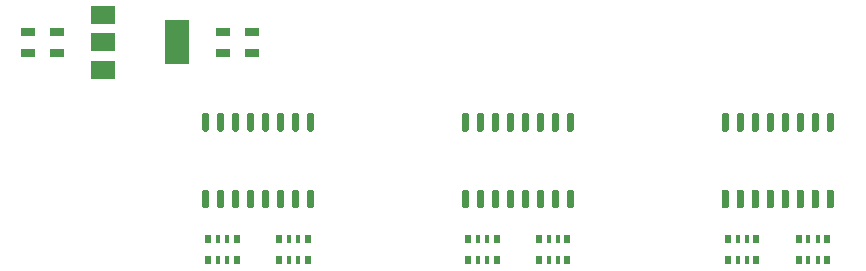
<source format=gbr>
%TF.GenerationSoftware,KiCad,Pcbnew,(5.1.6)-1*%
%TF.CreationDate,2022-07-30T00:49:16+08:00*%
%TF.ProjectId,feng,66656e67-2e6b-4696-9361-645f70636258,rev?*%
%TF.SameCoordinates,Original*%
%TF.FileFunction,Paste,Bot*%
%TF.FilePolarity,Positive*%
%FSLAX46Y46*%
G04 Gerber Fmt 4.6, Leading zero omitted, Abs format (unit mm)*
G04 Created by KiCad (PCBNEW (5.1.6)-1) date 2022-07-30 00:49:16*
%MOMM*%
%LPD*%
G01*
G04 APERTURE LIST*
%ADD10R,2.000000X1.500000*%
%ADD11R,2.000000X3.800000*%
%ADD12R,0.500000X0.800000*%
%ADD13R,0.400000X0.800000*%
%ADD14R,1.198880X0.797560*%
G04 APERTURE END LIST*
D10*
%TO.C,U4*%
X107850000Y-40300000D03*
X107850000Y-35700000D03*
X107850000Y-38000000D03*
D11*
X114150000Y-38000000D03*
%TD*%
%TO.C,U3*%
G36*
G01*
X169595000Y-45550000D02*
X169295000Y-45550000D01*
G75*
G02*
X169145000Y-45400000I0J150000D01*
G01*
X169145000Y-44100000D01*
G75*
G02*
X169295000Y-43950000I150000J0D01*
G01*
X169595000Y-43950000D01*
G75*
G02*
X169745000Y-44100000I0J-150000D01*
G01*
X169745000Y-45400000D01*
G75*
G02*
X169595000Y-45550000I-150000J0D01*
G01*
G37*
G36*
G01*
X168325000Y-45550000D02*
X168025000Y-45550000D01*
G75*
G02*
X167875000Y-45400000I0J150000D01*
G01*
X167875000Y-44100000D01*
G75*
G02*
X168025000Y-43950000I150000J0D01*
G01*
X168325000Y-43950000D01*
G75*
G02*
X168475000Y-44100000I0J-150000D01*
G01*
X168475000Y-45400000D01*
G75*
G02*
X168325000Y-45550000I-150000J0D01*
G01*
G37*
G36*
G01*
X167055000Y-45550000D02*
X166755000Y-45550000D01*
G75*
G02*
X166605000Y-45400000I0J150000D01*
G01*
X166605000Y-44100000D01*
G75*
G02*
X166755000Y-43950000I150000J0D01*
G01*
X167055000Y-43950000D01*
G75*
G02*
X167205000Y-44100000I0J-150000D01*
G01*
X167205000Y-45400000D01*
G75*
G02*
X167055000Y-45550000I-150000J0D01*
G01*
G37*
G36*
G01*
X165785000Y-45550000D02*
X165485000Y-45550000D01*
G75*
G02*
X165335000Y-45400000I0J150000D01*
G01*
X165335000Y-44100000D01*
G75*
G02*
X165485000Y-43950000I150000J0D01*
G01*
X165785000Y-43950000D01*
G75*
G02*
X165935000Y-44100000I0J-150000D01*
G01*
X165935000Y-45400000D01*
G75*
G02*
X165785000Y-45550000I-150000J0D01*
G01*
G37*
G36*
G01*
X164515000Y-45550000D02*
X164215000Y-45550000D01*
G75*
G02*
X164065000Y-45400000I0J150000D01*
G01*
X164065000Y-44100000D01*
G75*
G02*
X164215000Y-43950000I150000J0D01*
G01*
X164515000Y-43950000D01*
G75*
G02*
X164665000Y-44100000I0J-150000D01*
G01*
X164665000Y-45400000D01*
G75*
G02*
X164515000Y-45550000I-150000J0D01*
G01*
G37*
G36*
G01*
X163245000Y-45550000D02*
X162945000Y-45550000D01*
G75*
G02*
X162795000Y-45400000I0J150000D01*
G01*
X162795000Y-44100000D01*
G75*
G02*
X162945000Y-43950000I150000J0D01*
G01*
X163245000Y-43950000D01*
G75*
G02*
X163395000Y-44100000I0J-150000D01*
G01*
X163395000Y-45400000D01*
G75*
G02*
X163245000Y-45550000I-150000J0D01*
G01*
G37*
G36*
G01*
X161975000Y-45550000D02*
X161675000Y-45550000D01*
G75*
G02*
X161525000Y-45400000I0J150000D01*
G01*
X161525000Y-44100000D01*
G75*
G02*
X161675000Y-43950000I150000J0D01*
G01*
X161975000Y-43950000D01*
G75*
G02*
X162125000Y-44100000I0J-150000D01*
G01*
X162125000Y-45400000D01*
G75*
G02*
X161975000Y-45550000I-150000J0D01*
G01*
G37*
G36*
G01*
X160705000Y-45550000D02*
X160405000Y-45550000D01*
G75*
G02*
X160255000Y-45400000I0J150000D01*
G01*
X160255000Y-44100000D01*
G75*
G02*
X160405000Y-43950000I150000J0D01*
G01*
X160705000Y-43950000D01*
G75*
G02*
X160855000Y-44100000I0J-150000D01*
G01*
X160855000Y-45400000D01*
G75*
G02*
X160705000Y-45550000I-150000J0D01*
G01*
G37*
G36*
G01*
X160705000Y-52050000D02*
X160405000Y-52050000D01*
G75*
G02*
X160255000Y-51900000I0J150000D01*
G01*
X160255000Y-50600000D01*
G75*
G02*
X160405000Y-50450000I150000J0D01*
G01*
X160705000Y-50450000D01*
G75*
G02*
X160855000Y-50600000I0J-150000D01*
G01*
X160855000Y-51900000D01*
G75*
G02*
X160705000Y-52050000I-150000J0D01*
G01*
G37*
G36*
G01*
X161975000Y-52050000D02*
X161675000Y-52050000D01*
G75*
G02*
X161525000Y-51900000I0J150000D01*
G01*
X161525000Y-50600000D01*
G75*
G02*
X161675000Y-50450000I150000J0D01*
G01*
X161975000Y-50450000D01*
G75*
G02*
X162125000Y-50600000I0J-150000D01*
G01*
X162125000Y-51900000D01*
G75*
G02*
X161975000Y-52050000I-150000J0D01*
G01*
G37*
G36*
G01*
X163245000Y-52050000D02*
X162945000Y-52050000D01*
G75*
G02*
X162795000Y-51900000I0J150000D01*
G01*
X162795000Y-50600000D01*
G75*
G02*
X162945000Y-50450000I150000J0D01*
G01*
X163245000Y-50450000D01*
G75*
G02*
X163395000Y-50600000I0J-150000D01*
G01*
X163395000Y-51900000D01*
G75*
G02*
X163245000Y-52050000I-150000J0D01*
G01*
G37*
G36*
G01*
X164515000Y-52050000D02*
X164215000Y-52050000D01*
G75*
G02*
X164065000Y-51900000I0J150000D01*
G01*
X164065000Y-50600000D01*
G75*
G02*
X164215000Y-50450000I150000J0D01*
G01*
X164515000Y-50450000D01*
G75*
G02*
X164665000Y-50600000I0J-150000D01*
G01*
X164665000Y-51900000D01*
G75*
G02*
X164515000Y-52050000I-150000J0D01*
G01*
G37*
G36*
G01*
X165785000Y-52050000D02*
X165485000Y-52050000D01*
G75*
G02*
X165335000Y-51900000I0J150000D01*
G01*
X165335000Y-50600000D01*
G75*
G02*
X165485000Y-50450000I150000J0D01*
G01*
X165785000Y-50450000D01*
G75*
G02*
X165935000Y-50600000I0J-150000D01*
G01*
X165935000Y-51900000D01*
G75*
G02*
X165785000Y-52050000I-150000J0D01*
G01*
G37*
G36*
G01*
X167055000Y-52050000D02*
X166755000Y-52050000D01*
G75*
G02*
X166605000Y-51900000I0J150000D01*
G01*
X166605000Y-50600000D01*
G75*
G02*
X166755000Y-50450000I150000J0D01*
G01*
X167055000Y-50450000D01*
G75*
G02*
X167205000Y-50600000I0J-150000D01*
G01*
X167205000Y-51900000D01*
G75*
G02*
X167055000Y-52050000I-150000J0D01*
G01*
G37*
G36*
G01*
X168325000Y-52050000D02*
X168025000Y-52050000D01*
G75*
G02*
X167875000Y-51900000I0J150000D01*
G01*
X167875000Y-50600000D01*
G75*
G02*
X168025000Y-50450000I150000J0D01*
G01*
X168325000Y-50450000D01*
G75*
G02*
X168475000Y-50600000I0J-150000D01*
G01*
X168475000Y-51900000D01*
G75*
G02*
X168325000Y-52050000I-150000J0D01*
G01*
G37*
G36*
G01*
X169595000Y-52050000D02*
X169295000Y-52050000D01*
G75*
G02*
X169145000Y-51900000I0J150000D01*
G01*
X169145000Y-50600000D01*
G75*
G02*
X169295000Y-50450000I150000J0D01*
G01*
X169595000Y-50450000D01*
G75*
G02*
X169745000Y-50600000I0J-150000D01*
G01*
X169745000Y-51900000D01*
G75*
G02*
X169595000Y-52050000I-150000J0D01*
G01*
G37*
%TD*%
%TO.C,U2*%
G36*
G01*
X147595000Y-45550000D02*
X147295000Y-45550000D01*
G75*
G02*
X147145000Y-45400000I0J150000D01*
G01*
X147145000Y-44100000D01*
G75*
G02*
X147295000Y-43950000I150000J0D01*
G01*
X147595000Y-43950000D01*
G75*
G02*
X147745000Y-44100000I0J-150000D01*
G01*
X147745000Y-45400000D01*
G75*
G02*
X147595000Y-45550000I-150000J0D01*
G01*
G37*
G36*
G01*
X146325000Y-45550000D02*
X146025000Y-45550000D01*
G75*
G02*
X145875000Y-45400000I0J150000D01*
G01*
X145875000Y-44100000D01*
G75*
G02*
X146025000Y-43950000I150000J0D01*
G01*
X146325000Y-43950000D01*
G75*
G02*
X146475000Y-44100000I0J-150000D01*
G01*
X146475000Y-45400000D01*
G75*
G02*
X146325000Y-45550000I-150000J0D01*
G01*
G37*
G36*
G01*
X145055000Y-45550000D02*
X144755000Y-45550000D01*
G75*
G02*
X144605000Y-45400000I0J150000D01*
G01*
X144605000Y-44100000D01*
G75*
G02*
X144755000Y-43950000I150000J0D01*
G01*
X145055000Y-43950000D01*
G75*
G02*
X145205000Y-44100000I0J-150000D01*
G01*
X145205000Y-45400000D01*
G75*
G02*
X145055000Y-45550000I-150000J0D01*
G01*
G37*
G36*
G01*
X143785000Y-45550000D02*
X143485000Y-45550000D01*
G75*
G02*
X143335000Y-45400000I0J150000D01*
G01*
X143335000Y-44100000D01*
G75*
G02*
X143485000Y-43950000I150000J0D01*
G01*
X143785000Y-43950000D01*
G75*
G02*
X143935000Y-44100000I0J-150000D01*
G01*
X143935000Y-45400000D01*
G75*
G02*
X143785000Y-45550000I-150000J0D01*
G01*
G37*
G36*
G01*
X142515000Y-45550000D02*
X142215000Y-45550000D01*
G75*
G02*
X142065000Y-45400000I0J150000D01*
G01*
X142065000Y-44100000D01*
G75*
G02*
X142215000Y-43950000I150000J0D01*
G01*
X142515000Y-43950000D01*
G75*
G02*
X142665000Y-44100000I0J-150000D01*
G01*
X142665000Y-45400000D01*
G75*
G02*
X142515000Y-45550000I-150000J0D01*
G01*
G37*
G36*
G01*
X141245000Y-45550000D02*
X140945000Y-45550000D01*
G75*
G02*
X140795000Y-45400000I0J150000D01*
G01*
X140795000Y-44100000D01*
G75*
G02*
X140945000Y-43950000I150000J0D01*
G01*
X141245000Y-43950000D01*
G75*
G02*
X141395000Y-44100000I0J-150000D01*
G01*
X141395000Y-45400000D01*
G75*
G02*
X141245000Y-45550000I-150000J0D01*
G01*
G37*
G36*
G01*
X139975000Y-45550000D02*
X139675000Y-45550000D01*
G75*
G02*
X139525000Y-45400000I0J150000D01*
G01*
X139525000Y-44100000D01*
G75*
G02*
X139675000Y-43950000I150000J0D01*
G01*
X139975000Y-43950000D01*
G75*
G02*
X140125000Y-44100000I0J-150000D01*
G01*
X140125000Y-45400000D01*
G75*
G02*
X139975000Y-45550000I-150000J0D01*
G01*
G37*
G36*
G01*
X138705000Y-45550000D02*
X138405000Y-45550000D01*
G75*
G02*
X138255000Y-45400000I0J150000D01*
G01*
X138255000Y-44100000D01*
G75*
G02*
X138405000Y-43950000I150000J0D01*
G01*
X138705000Y-43950000D01*
G75*
G02*
X138855000Y-44100000I0J-150000D01*
G01*
X138855000Y-45400000D01*
G75*
G02*
X138705000Y-45550000I-150000J0D01*
G01*
G37*
G36*
G01*
X138705000Y-52050000D02*
X138405000Y-52050000D01*
G75*
G02*
X138255000Y-51900000I0J150000D01*
G01*
X138255000Y-50600000D01*
G75*
G02*
X138405000Y-50450000I150000J0D01*
G01*
X138705000Y-50450000D01*
G75*
G02*
X138855000Y-50600000I0J-150000D01*
G01*
X138855000Y-51900000D01*
G75*
G02*
X138705000Y-52050000I-150000J0D01*
G01*
G37*
G36*
G01*
X139975000Y-52050000D02*
X139675000Y-52050000D01*
G75*
G02*
X139525000Y-51900000I0J150000D01*
G01*
X139525000Y-50600000D01*
G75*
G02*
X139675000Y-50450000I150000J0D01*
G01*
X139975000Y-50450000D01*
G75*
G02*
X140125000Y-50600000I0J-150000D01*
G01*
X140125000Y-51900000D01*
G75*
G02*
X139975000Y-52050000I-150000J0D01*
G01*
G37*
G36*
G01*
X141245000Y-52050000D02*
X140945000Y-52050000D01*
G75*
G02*
X140795000Y-51900000I0J150000D01*
G01*
X140795000Y-50600000D01*
G75*
G02*
X140945000Y-50450000I150000J0D01*
G01*
X141245000Y-50450000D01*
G75*
G02*
X141395000Y-50600000I0J-150000D01*
G01*
X141395000Y-51900000D01*
G75*
G02*
X141245000Y-52050000I-150000J0D01*
G01*
G37*
G36*
G01*
X142515000Y-52050000D02*
X142215000Y-52050000D01*
G75*
G02*
X142065000Y-51900000I0J150000D01*
G01*
X142065000Y-50600000D01*
G75*
G02*
X142215000Y-50450000I150000J0D01*
G01*
X142515000Y-50450000D01*
G75*
G02*
X142665000Y-50600000I0J-150000D01*
G01*
X142665000Y-51900000D01*
G75*
G02*
X142515000Y-52050000I-150000J0D01*
G01*
G37*
G36*
G01*
X143785000Y-52050000D02*
X143485000Y-52050000D01*
G75*
G02*
X143335000Y-51900000I0J150000D01*
G01*
X143335000Y-50600000D01*
G75*
G02*
X143485000Y-50450000I150000J0D01*
G01*
X143785000Y-50450000D01*
G75*
G02*
X143935000Y-50600000I0J-150000D01*
G01*
X143935000Y-51900000D01*
G75*
G02*
X143785000Y-52050000I-150000J0D01*
G01*
G37*
G36*
G01*
X145055000Y-52050000D02*
X144755000Y-52050000D01*
G75*
G02*
X144605000Y-51900000I0J150000D01*
G01*
X144605000Y-50600000D01*
G75*
G02*
X144755000Y-50450000I150000J0D01*
G01*
X145055000Y-50450000D01*
G75*
G02*
X145205000Y-50600000I0J-150000D01*
G01*
X145205000Y-51900000D01*
G75*
G02*
X145055000Y-52050000I-150000J0D01*
G01*
G37*
G36*
G01*
X146325000Y-52050000D02*
X146025000Y-52050000D01*
G75*
G02*
X145875000Y-51900000I0J150000D01*
G01*
X145875000Y-50600000D01*
G75*
G02*
X146025000Y-50450000I150000J0D01*
G01*
X146325000Y-50450000D01*
G75*
G02*
X146475000Y-50600000I0J-150000D01*
G01*
X146475000Y-51900000D01*
G75*
G02*
X146325000Y-52050000I-150000J0D01*
G01*
G37*
G36*
G01*
X147595000Y-52050000D02*
X147295000Y-52050000D01*
G75*
G02*
X147145000Y-51900000I0J150000D01*
G01*
X147145000Y-50600000D01*
G75*
G02*
X147295000Y-50450000I150000J0D01*
G01*
X147595000Y-50450000D01*
G75*
G02*
X147745000Y-50600000I0J-150000D01*
G01*
X147745000Y-51900000D01*
G75*
G02*
X147595000Y-52050000I-150000J0D01*
G01*
G37*
%TD*%
%TO.C,U1*%
G36*
G01*
X125595000Y-45550000D02*
X125295000Y-45550000D01*
G75*
G02*
X125145000Y-45400000I0J150000D01*
G01*
X125145000Y-44100000D01*
G75*
G02*
X125295000Y-43950000I150000J0D01*
G01*
X125595000Y-43950000D01*
G75*
G02*
X125745000Y-44100000I0J-150000D01*
G01*
X125745000Y-45400000D01*
G75*
G02*
X125595000Y-45550000I-150000J0D01*
G01*
G37*
G36*
G01*
X124325000Y-45550000D02*
X124025000Y-45550000D01*
G75*
G02*
X123875000Y-45400000I0J150000D01*
G01*
X123875000Y-44100000D01*
G75*
G02*
X124025000Y-43950000I150000J0D01*
G01*
X124325000Y-43950000D01*
G75*
G02*
X124475000Y-44100000I0J-150000D01*
G01*
X124475000Y-45400000D01*
G75*
G02*
X124325000Y-45550000I-150000J0D01*
G01*
G37*
G36*
G01*
X123055000Y-45550000D02*
X122755000Y-45550000D01*
G75*
G02*
X122605000Y-45400000I0J150000D01*
G01*
X122605000Y-44100000D01*
G75*
G02*
X122755000Y-43950000I150000J0D01*
G01*
X123055000Y-43950000D01*
G75*
G02*
X123205000Y-44100000I0J-150000D01*
G01*
X123205000Y-45400000D01*
G75*
G02*
X123055000Y-45550000I-150000J0D01*
G01*
G37*
G36*
G01*
X121785000Y-45550000D02*
X121485000Y-45550000D01*
G75*
G02*
X121335000Y-45400000I0J150000D01*
G01*
X121335000Y-44100000D01*
G75*
G02*
X121485000Y-43950000I150000J0D01*
G01*
X121785000Y-43950000D01*
G75*
G02*
X121935000Y-44100000I0J-150000D01*
G01*
X121935000Y-45400000D01*
G75*
G02*
X121785000Y-45550000I-150000J0D01*
G01*
G37*
G36*
G01*
X120515000Y-45550000D02*
X120215000Y-45550000D01*
G75*
G02*
X120065000Y-45400000I0J150000D01*
G01*
X120065000Y-44100000D01*
G75*
G02*
X120215000Y-43950000I150000J0D01*
G01*
X120515000Y-43950000D01*
G75*
G02*
X120665000Y-44100000I0J-150000D01*
G01*
X120665000Y-45400000D01*
G75*
G02*
X120515000Y-45550000I-150000J0D01*
G01*
G37*
G36*
G01*
X119245000Y-45550000D02*
X118945000Y-45550000D01*
G75*
G02*
X118795000Y-45400000I0J150000D01*
G01*
X118795000Y-44100000D01*
G75*
G02*
X118945000Y-43950000I150000J0D01*
G01*
X119245000Y-43950000D01*
G75*
G02*
X119395000Y-44100000I0J-150000D01*
G01*
X119395000Y-45400000D01*
G75*
G02*
X119245000Y-45550000I-150000J0D01*
G01*
G37*
G36*
G01*
X117975000Y-45550000D02*
X117675000Y-45550000D01*
G75*
G02*
X117525000Y-45400000I0J150000D01*
G01*
X117525000Y-44100000D01*
G75*
G02*
X117675000Y-43950000I150000J0D01*
G01*
X117975000Y-43950000D01*
G75*
G02*
X118125000Y-44100000I0J-150000D01*
G01*
X118125000Y-45400000D01*
G75*
G02*
X117975000Y-45550000I-150000J0D01*
G01*
G37*
G36*
G01*
X116705000Y-45550000D02*
X116405000Y-45550000D01*
G75*
G02*
X116255000Y-45400000I0J150000D01*
G01*
X116255000Y-44100000D01*
G75*
G02*
X116405000Y-43950000I150000J0D01*
G01*
X116705000Y-43950000D01*
G75*
G02*
X116855000Y-44100000I0J-150000D01*
G01*
X116855000Y-45400000D01*
G75*
G02*
X116705000Y-45550000I-150000J0D01*
G01*
G37*
G36*
G01*
X116705000Y-52050000D02*
X116405000Y-52050000D01*
G75*
G02*
X116255000Y-51900000I0J150000D01*
G01*
X116255000Y-50600000D01*
G75*
G02*
X116405000Y-50450000I150000J0D01*
G01*
X116705000Y-50450000D01*
G75*
G02*
X116855000Y-50600000I0J-150000D01*
G01*
X116855000Y-51900000D01*
G75*
G02*
X116705000Y-52050000I-150000J0D01*
G01*
G37*
G36*
G01*
X117975000Y-52050000D02*
X117675000Y-52050000D01*
G75*
G02*
X117525000Y-51900000I0J150000D01*
G01*
X117525000Y-50600000D01*
G75*
G02*
X117675000Y-50450000I150000J0D01*
G01*
X117975000Y-50450000D01*
G75*
G02*
X118125000Y-50600000I0J-150000D01*
G01*
X118125000Y-51900000D01*
G75*
G02*
X117975000Y-52050000I-150000J0D01*
G01*
G37*
G36*
G01*
X119245000Y-52050000D02*
X118945000Y-52050000D01*
G75*
G02*
X118795000Y-51900000I0J150000D01*
G01*
X118795000Y-50600000D01*
G75*
G02*
X118945000Y-50450000I150000J0D01*
G01*
X119245000Y-50450000D01*
G75*
G02*
X119395000Y-50600000I0J-150000D01*
G01*
X119395000Y-51900000D01*
G75*
G02*
X119245000Y-52050000I-150000J0D01*
G01*
G37*
G36*
G01*
X120515000Y-52050000D02*
X120215000Y-52050000D01*
G75*
G02*
X120065000Y-51900000I0J150000D01*
G01*
X120065000Y-50600000D01*
G75*
G02*
X120215000Y-50450000I150000J0D01*
G01*
X120515000Y-50450000D01*
G75*
G02*
X120665000Y-50600000I0J-150000D01*
G01*
X120665000Y-51900000D01*
G75*
G02*
X120515000Y-52050000I-150000J0D01*
G01*
G37*
G36*
G01*
X121785000Y-52050000D02*
X121485000Y-52050000D01*
G75*
G02*
X121335000Y-51900000I0J150000D01*
G01*
X121335000Y-50600000D01*
G75*
G02*
X121485000Y-50450000I150000J0D01*
G01*
X121785000Y-50450000D01*
G75*
G02*
X121935000Y-50600000I0J-150000D01*
G01*
X121935000Y-51900000D01*
G75*
G02*
X121785000Y-52050000I-150000J0D01*
G01*
G37*
G36*
G01*
X123055000Y-52050000D02*
X122755000Y-52050000D01*
G75*
G02*
X122605000Y-51900000I0J150000D01*
G01*
X122605000Y-50600000D01*
G75*
G02*
X122755000Y-50450000I150000J0D01*
G01*
X123055000Y-50450000D01*
G75*
G02*
X123205000Y-50600000I0J-150000D01*
G01*
X123205000Y-51900000D01*
G75*
G02*
X123055000Y-52050000I-150000J0D01*
G01*
G37*
G36*
G01*
X124325000Y-52050000D02*
X124025000Y-52050000D01*
G75*
G02*
X123875000Y-51900000I0J150000D01*
G01*
X123875000Y-50600000D01*
G75*
G02*
X124025000Y-50450000I150000J0D01*
G01*
X124325000Y-50450000D01*
G75*
G02*
X124475000Y-50600000I0J-150000D01*
G01*
X124475000Y-51900000D01*
G75*
G02*
X124325000Y-52050000I-150000J0D01*
G01*
G37*
G36*
G01*
X125595000Y-52050000D02*
X125295000Y-52050000D01*
G75*
G02*
X125145000Y-51900000I0J150000D01*
G01*
X125145000Y-50600000D01*
G75*
G02*
X125295000Y-50450000I150000J0D01*
G01*
X125595000Y-50450000D01*
G75*
G02*
X125745000Y-50600000I0J-150000D01*
G01*
X125745000Y-51900000D01*
G75*
G02*
X125595000Y-52050000I-150000J0D01*
G01*
G37*
%TD*%
D12*
%TO.C,RN6*%
X160800000Y-54600000D03*
D13*
X161600000Y-54600000D03*
D12*
X163200000Y-54600000D03*
D13*
X162400000Y-54600000D03*
D12*
X160800000Y-56400000D03*
D13*
X162400000Y-56400000D03*
X161600000Y-56400000D03*
D12*
X163200000Y-56400000D03*
%TD*%
%TO.C,RN5*%
X138800000Y-54600000D03*
D13*
X139600000Y-54600000D03*
D12*
X141200000Y-54600000D03*
D13*
X140400000Y-54600000D03*
D12*
X138800000Y-56400000D03*
D13*
X140400000Y-56400000D03*
X139600000Y-56400000D03*
D12*
X141200000Y-56400000D03*
%TD*%
%TO.C,RN4*%
X116800000Y-54600000D03*
D13*
X117600000Y-54600000D03*
D12*
X119200000Y-54600000D03*
D13*
X118400000Y-54600000D03*
D12*
X116800000Y-56400000D03*
D13*
X118400000Y-56400000D03*
X117600000Y-56400000D03*
D12*
X119200000Y-56400000D03*
%TD*%
%TO.C,RN3*%
X169200000Y-56400000D03*
D13*
X168400000Y-56400000D03*
D12*
X166800000Y-56400000D03*
D13*
X167600000Y-56400000D03*
D12*
X169200000Y-54600000D03*
D13*
X167600000Y-54600000D03*
X168400000Y-54600000D03*
D12*
X166800000Y-54600000D03*
%TD*%
%TO.C,RN2*%
X147200000Y-56400000D03*
D13*
X146400000Y-56400000D03*
D12*
X144800000Y-56400000D03*
D13*
X145600000Y-56400000D03*
D12*
X147200000Y-54600000D03*
D13*
X145600000Y-54600000D03*
X146400000Y-54600000D03*
D12*
X144800000Y-54600000D03*
%TD*%
%TO.C,RN1*%
X125200000Y-56400000D03*
D13*
X124400000Y-56400000D03*
D12*
X122800000Y-56400000D03*
D13*
X123600000Y-56400000D03*
D12*
X125200000Y-54600000D03*
D13*
X123600000Y-54600000D03*
X124400000Y-54600000D03*
D12*
X122800000Y-54600000D03*
%TD*%
D14*
%TO.C,C4*%
X120500000Y-38899160D03*
X120500000Y-37100840D03*
%TD*%
%TO.C,C3*%
X118000000Y-38899160D03*
X118000000Y-37100840D03*
%TD*%
%TO.C,C2*%
X104000000Y-38899160D03*
X104000000Y-37100840D03*
%TD*%
%TO.C,C1*%
X101500000Y-38899160D03*
X101500000Y-37100840D03*
%TD*%
M02*

</source>
